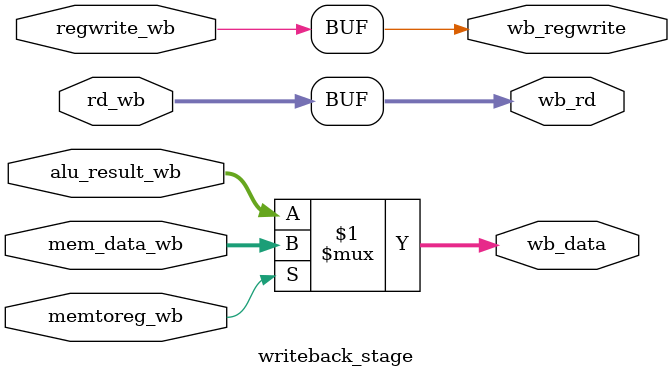
<source format=v>
`timescale 1ns/1ps
module writeback_stage(
    input regwrite_wb,
    input memtoreg_wb,
    input [31:0] alu_result_wb,
    input [31:0] mem_data_wb,
    input [4:0] rd_wb,
    output [31:0] wb_data,
    output wb_regwrite,
    output [4:0] wb_rd
);

assign wb_data     = (memtoreg_wb) ? mem_data_wb : alu_result_wb;
assign wb_regwrite = regwrite_wb;
assign wb_rd       = rd_wb;

endmodule

</source>
